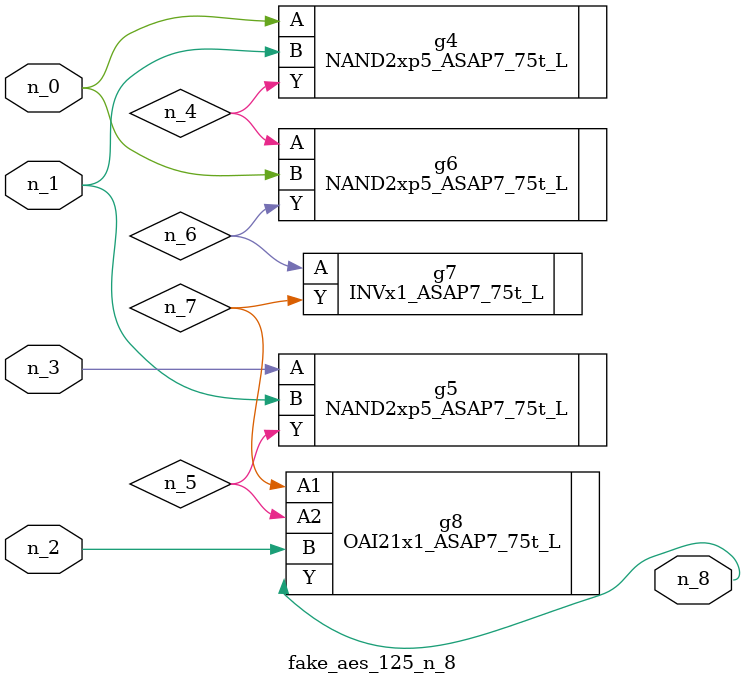
<source format=v>
module fake_aes_125_n_8 (n_3, n_1, n_2, n_0, n_8);
input n_3;
input n_1;
input n_2;
input n_0;
output n_8;
wire n_6;
wire n_4;
wire n_5;
wire n_7;
NAND2xp5_ASAP7_75t_L g4 ( .A(n_0), .B(n_1), .Y(n_4) );
NAND2xp5_ASAP7_75t_L g5 ( .A(n_3), .B(n_1), .Y(n_5) );
NAND2xp5_ASAP7_75t_L g6 ( .A(n_4), .B(n_0), .Y(n_6) );
INVx1_ASAP7_75t_L g7 ( .A(n_6), .Y(n_7) );
OAI21x1_ASAP7_75t_L g8 ( .A1(n_7), .A2(n_5), .B(n_2), .Y(n_8) );
endmodule
</source>
